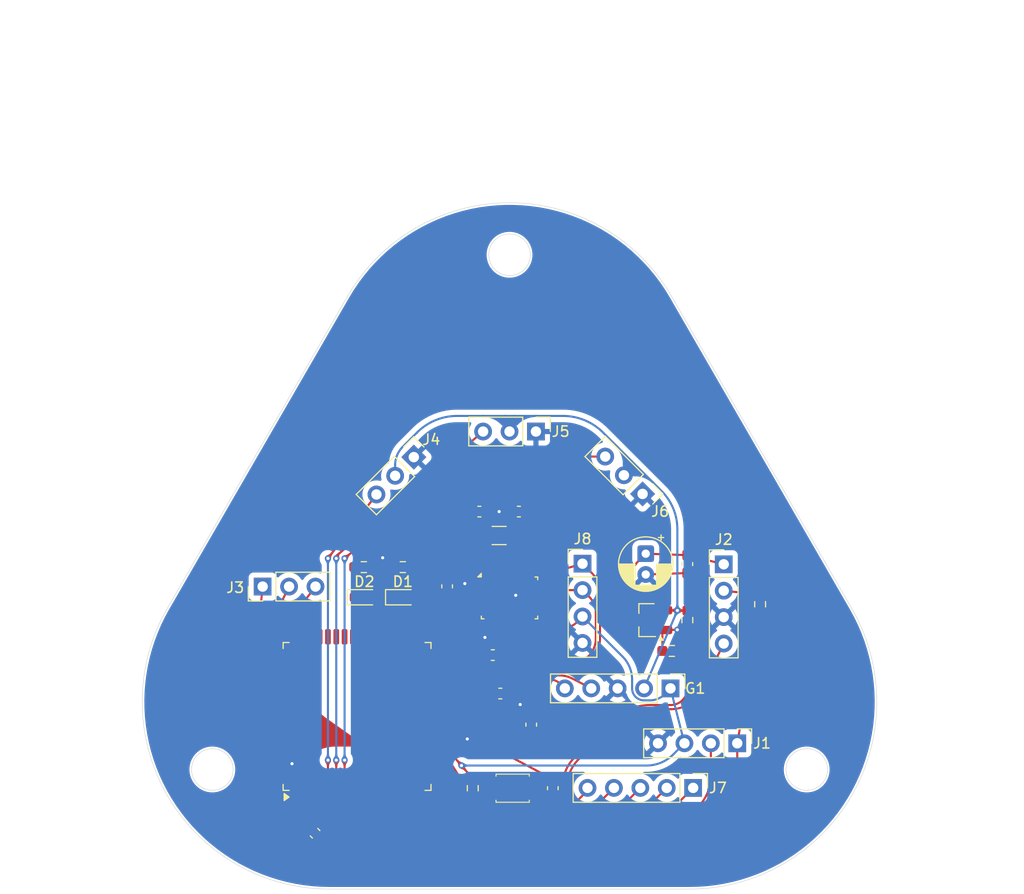
<source format=kicad_pcb>
(kicad_pcb (version 20241229) (generator "pcbnew") (generator_version "9.0")
  (layers (0 "F.Cu" signal) (2 "B.Cu" signal) (13 "F.Paste" user) (15 "B.Paste" user) (5 "F.SilkS" user "F.Silkscreen") (7 "B.SilkS" user "B.Silkscreen") (1 "F.Mask" user) (3 "B.Mask" user) (25 "Edge.Cuts" user))
  (net 0 "")
  (net 1 "GND")
  (net 2 "Net-(C1-Pad2)")
  (net 3 "Net-(U1-XTAL1)")
  (net 4 "Net-(U1-XTAL2)")
  (net 5 "3V3")
  (net 6 "Net-(U1-AREF)")
  (net 7 "Net-(J2-Pin_1)")
  (net 8 "Net-(U2-CAP)")
  (net 9 "Net-(U2-XOUT32)")
  (net 10 "Net-(U2-XIN32)")
  (net 11 "Net-(D1-K)")
  (net 12 "D1")
  (net 13 "Net-(D2-K)")
  (net 14 "D2")
  (net 15 "SCL")
  (net 16 "5V")
  (net 17 "SDA")
  (net 18 "TX0")
  (net 19 "RX0")
  (net 20 "Net-(J2-Pin_2)")
  (net 21 "LIDAR_PWM")
  (net 22 "ADC0")
  (net 23 "ADC2")
  (net 24 "ADC1")
  (net 25 "SERVO_A_PWM")
  (net 26 "SERVO_B_PWM")
  (net 27 "SERVO_C_PWM")
  (net 28 "DEBUG_1")
  (net 29 "DEBUG_3")
  (net 30 "DEBUG_0")
  (net 31 "DEBUG_4")
  (net 32 "DEBUG_2")
  (net 33 "TX1")
  (net 34 "RX1")
  (net 35 "RST")
  (net 36 "LIDAR_EN")
  (footprint "accelerometer:BNO055_Hand_Soldering_LGA-28_5.2x3.8mm_P0.5mm" (layer "F.Cu") (at 150 100)
    (property "Reference" "U2" (hide yes))
    (property "Value" "BNO055")
  )
  (footprint "Capacitor_SMD:C_0603_1608Metric_Pad1.08x0.95mm_HandSolder" (layer "F.Cu") (at 150.9 91.7 180)
    (property "Reference" "C9" (hide yes))
    (property "Value" "12pF" (hide yes))
  )
  (footprint "Crystal:Crystal_SMD_3215-2Pin_3.2x1.5mm" (layer "F.Cu") (at 149 94 180)
    (property "Reference" "Y2" (hide yes))
    (property "Value" "32.768kHz" (hide yes))
  )
  (footprint "Resistor_SMD:R_0603_1608Metric_Pad0.98x0.95mm_HandSolder" (layer "F.Cu") (at 135.9875 97.0375)
    (property "Reference" "R3" (hide yes))
    (property "Value" "330" (hide yes))
  )
  (footprint "Capacitor_SMD:C_0603_1608Metric_Pad1.08x0.95mm_HandSolder" (layer "F.Cu") (at 144 98.8875 -90)
    (property "Reference" "C8" (hide yes))
    (property "Value" "0.1uF" (hide yes))
  )
  (footprint "Package_QFP:TQFP-64_14x14mm_P0.8mm" (layer "F.Cu") (at 135.3375 111.4 90)
    (property "Reference" "U1" (hide yes))
    (property "Value" "ATmega128A-A")
  )
  (footprint "Resistor_SMD:R_0603_1608Metric_Pad0.98x0.95mm_HandSolder" (layer "F.Cu") (at 167.1 102.13625 90)
    (property "Reference" "R4" (hide yes))
    (property "Value" "10K" (hide yes))
  )
  (footprint "Capacitor_SMD:C_0603_1608Metric_Pad1.08x0.95mm_HandSolder" (layer "F.Cu") (at 152.0875 112.1875 90)
    (property "Reference" "C3" (hide yes))
    (property "Value" "12pF" (hide yes))
  )
  (footprint "Connector_PinHeader_2.54mm:PinHeader_1x04_P2.54mm_Vertical" (layer "F.Cu") (at 157.02 96.71)
    (property "Reference" "J8")
    (property "Value" "Conn_01x04_Socket" (hide yes))
  )
  (footprint "Package_TO_SOT_SMD:SOT-23_Handsoldering" (layer "F.Cu") (at 163.2 102.13625 180)
    (property "Reference" "Q1" (hide yes))
    (property "Value" "AO3401A" (hide yes))
  )
  (footprint "Capacitor_SMD:C_0603_1608Metric_Pad1.08x0.95mm_HandSolder" (layer "F.Cu") (at 147.1 91.7)
    (property "Reference" "C10" (hide yes))
    (property "Value" "12pF" (hide yes))
  )
  (footprint "Capacitor_SMD:C_0603_1608Metric_Pad1.08x0.95mm_HandSolder" (layer "F.Cu") (at 131.3 122.63 135)
    (property "Reference" "C4" (hide yes))
    (property "Value" "100nF" (hide yes))
  )
  (footprint "LED_SMD:LED_0603_1608Metric_Pad1.05x0.95mm_HandSolder" (layer "F.Cu") (at 136.0375 99.9375)
    (property "Reference" "D2")
    (property "Value" "LED" (hide yes))
  )
  (footprint "Resistor_SMD:R_0603_1608Metric_Pad0.98x0.95mm_HandSolder" (layer "F.Cu") (at 174.1 100.60625 90)
    (property "Reference" "R6" (hide yes))
    (property "Value" "1K" (hide yes))
  )
  (footprint "air_sens_foots:crys_osc_smd3225_4" (layer "F.Cu") (at 149.0375 112.5875 -90)
    (property "Reference" "Y1" (hide yes))
    (property "Value" "8MHz" (hide yes))
  )
  (footprint "Connector_PinHeader_2.54mm:PinHeader_1x05_P2.54mm_Vertical" (layer "F.Cu") (at 165.48 108.7 -90)
    (property "Reference" "G1")
    (property "Value" "~" (hide yes))
  )
  (footprint "Capacitor_THT:CP_Radial_D5.0mm_P2.00mm" (layer "F.Cu") (at 163.1 95.7475 -90)
    (property "Reference" "C5" (hide yes))
    (property "Value" "10uF" (hide yes))
  )
  (footprint "Connector_PinHeader_2.54mm:PinHeader_1x03_P2.54mm_Vertical" (layer "F.Cu") (at 140.796051 86.46 -45)
    (property "Reference" "J4")
    (property "Value" "Conn_01x03_Socket" (hide yes))
  )
  (footprint "Connector_PinHeader_2.54mm:PinHeader_1x04_P2.54mm_Vertical" (layer "F.Cu") (at 170.6 96.76625)
    (property "Reference" "J2")
    (property "Value" "Lidar")
  )
  (footprint "Connector_PinHeader_2.54mm:PinHeader_1x05_P2.54mm_Vertical" (layer "F.Cu") (at 167.66 118.27 -90)
    (property "Reference" "J7")
    (property "Value" "Conn_01x05_Socket" (hide yes))
  )
  (footprint "Capacitor_SMD:C_0603_1608Metric_Pad1.08x0.95mm_HandSolder" (layer "F.Cu") (at 154.1625 118.3 -90)
    (property "Reference" "C1" (hide yes))
    (property "Value" "100nF" (hide yes))
  )
  (footprint "Capacitor_SMD:C_0603_1608Metric_Pad1.08x0.95mm_HandSolder" (layer "F.Cu") (at 167.1 96.7475 -90)
    (property "Reference" "C6" (hide yes))
    (property "Value" "100nF" (hide yes))
  )
  (footprint "Resistor_SMD:R_0603_1608Metric_Pad0.98x0.95mm_HandSolder" (layer "F.Cu") (at 139.7375 97.0375)
    (property "Reference" "R2" (hide yes))
    (property "Value" "330" (hide yes))
  )
  (footprint "Resistor_SMD:R_0603_1608Metric_Pad0.98x0.95mm_HandSolder" (layer "F.Cu") (at 146.4625 118.3 -90)
    (property "Reference" "R1" (hide yes))
    (property "Value" "10K" (hide yes))
  )
  (footprint "Capacitor_SMD:C_0603_1608Metric_Pad1.08x0.95mm_HandSolder" (layer "F.Cu") (at 149.115 109.1975)
    (property "Reference" "C2" (hide yes))
    (property "Value" "12pF" (hide yes))
  )
  (footprint "Connector_PinHeader_2.54mm:PinHeader_1x03_P2.54mm_Vertical" (layer "F.Cu") (at 126.26 98.91 90)
    (property "Reference" "J3")
    (property "Value" "Conn_01x03_Socket" (hide yes))
  )
  (footprint "Capacitor_SMD:C_0603_1608Metric_Pad1.08x0.95mm_HandSolder" (layer "F.Cu") (at 148.39 105.5 180)
    (property "Reference" "C7" (hide yes))
    (property "Value" "0.1uF" (hide yes))
  )
  (footprint "Connector_PinHeader_2.54mm:PinHeader_1x03_P2.54mm_Vertical" (layer "F.Cu") (at 162.796051 90 -135)
    (property "Reference" "J6")
    (property "Value" "Conn_01x03_Socket" (hide yes))
  )
  (footprint "Connector_PinHeader_2.54mm:PinHeader_1x03_P2.54mm_Vertical" (layer "F.Cu") (at 152.54 84 -90)
    (property "Reference" "J5")
    (property "Value" "Conn_01x03_Socket" (hide yes))
  )
  (footprint "Connector_PinHeader_2.54mm:PinHeader_1x04_P2.54mm_Vertical" (layer "F.Cu") (at 171.9 113.98 -90)
    (property "Reference" "J1")
    (property "Value" "Conn_01x04_Socket" (hide yes))
  )
  (footprint "Resistor_SMD:R_0603_1608Metric_Pad0.98x0.95mm_HandSolder" (layer "F.Cu") (at 165.6125 105.09875 180)
    (property "Reference" "R5" (hide yes))
    (property "Value" "100" (hide yes))
  )
  (footprint "switch:SW_Tactile3x2.5" (layer "F.Cu") (at 150.3 118.3 180)
    (property "Reference" "SW1" (hide yes))
    (property "Value" "SW_Push" (hide yes))
  )
  (footprint "LED_SMD:LED_0603_1608Metric_Pad1.05x0.95mm_HandSolder" (layer "F.Cu") (at 139.7375 99.9375)
    (property "Reference" "D1")
    (property "Value" "LED" (hide yes))
  )
  (gr_poly (pts (xy 144.6 100.3) (xy 145.2 100.6) (xy 149.8 100.7) (xy 149.2 100.4)) (stroke (width 0.2)) (fill yes) (layer "F.Cu") (net 5))
  (gr_poly (pts (xy 131.3 110.9) (xy 131.7 112.6) (xy 131.4 114.2) (xy 131.1 114.7) (xy 131.2 114.8) (xy 132.3 114.3) (xy 133.7 114.2) (xy 136.1 114.2) (xy 132 111.3) (xy 131.4 110.8)) (stroke (width 0.01)) (fill yes) (layer "F.Cu") (net 5))
  (gr_poly (pts (xy 150.917216 99.8) (xy 151.4 100.1) (xy 152.817216 100.2) (xy 152.817216 99.8)) (stroke (width 0.2)) (fill yes) (layer "F.Cu") (net 1))
  (gr_poly (pts (xy 160.9 86.1) (xy 163.1 88.3) (xy 161.9 88.1) (xy 161.6 87.6) (xy 161.1 87.3)) (stroke (width 0.2)) (fill yes) (layer "B.Cu") (net 16))
  (gr_poly (pts (xy 148.4 82.6) (xy 151.6 82.6) (xy 150.5 83.3) (xy 150 83.1) (xy 149.5 83.3)) (stroke (width 0.2)) (fill yes) (layer "B.Cu") (net 16))
  (gr_circle (center 150 67) (end 152 67) (stroke (width 0.05)) (fill no) (layer "Edge.Cuts"))
  (gr_line (start 132.679 128) (end 167.321 128) (stroke (width 0.05)) (layer "Edge.Cuts"))
  (gr_line (start 182.909 101) (end 165.588 71) (stroke (width 0.05)) (layer "Edge.Cuts"))
  (gr_arc (start 132.679 128) (mid 117.090551 119.000014) (end 117.090527 101.000027) (stroke (width 0.05)) (layer "Edge.Cuts"))
  (gr_arc (start 182.909 101) (mid 182.909229 118.999604) (end 167.321229 127.999604) (stroke (width 0.05)) (layer "Edge.Cuts"))
  (gr_circle (center 121.421 116.5) (end 123.421 116.5) (stroke (width 0.05)) (fill no) (layer "Edge.Cuts"))
  (gr_arc (start 134.412 71) (mid 150.000244 62.000396) (end 165.588244 71.000423) (stroke (width 0.05)) (layer "Edge.Cuts"))
  (gr_line (start 134.412 71) (end 117.091 101) (stroke (width 0.05)) (layer "Edge.Cuts"))
  (gr_circle (center 178.579 116.5) (end 180.579 116.5) (stroke (width 0.05)) (fill no) (layer "Edge.Cuts"))
  (segment (start 129.081985 115.944485) (end 129.081985 116) (width 0.2) (layer "F.Cu") (net 1))
  (segment (start 140.2 96.5875) (end 140.65 97.0375) (width 0.2) (layer "F.Cu") (net 1))
  (segment (start 149 91.7) (end 147.9625 91.7) (width 0.2) (layer "F.Cu") (net 1))
  (segment (start 147.632936 103.8) (end 147.5275 105.5) (width 0.2) (layer "F.Cu") (net 1))
  (segment (start 149 91.7) (end 150.0375 91.7) (width 0.2) (layer "F.Cu") (net 1))
  (segment (start 163.1 97.7475) (end 167.1 97.61) (width 0.2) (layer "F.Cu") (net 1))
  (segment (start 129.042729 116.094769) (end 128.809742 116.327757) (width 0.2) (layer "F.Cu") (net 1))
  (segment (start 128.05625 108.6) (end 127.675 108.6) (width 0.2) (layer "F.Cu") (net 1))
  (segment (start 145.9375 113.562801) (end 143 113.4) (width 0.2) (layer "F.Cu") (net 1))
  (segment (start 150.042893 99.196893) (end 150.596 99.75) (width 0.2) (layer "F.Cu") (net 1))
  (segment (start 129.1375 115.849714) (end 129.1375 109.794974) (width 0.2) (layer "F.Cu") (net 1))
  (segment (start 164.7 103.08625) (end 164.7 105.09875) (width 0.2) (layer "F.Cu") (net 1))
  (segment (start 147.632936 103.8) (end 147.75 101.9125) (width 0.2) (layer "F.Cu") (net 1))
  (segment (start 145.7 98.624281) (end 144 98.025) (width 0.2) (layer "F.Cu") (net 1))
  (segment (start 149.75 98.0875) (end 149.75 98.489786) (width 0.2) (layer "F.Cu") (net 1))
  (segment (start 145.9375 113.562801) (end 147.43652 113.645879) (width 0.2) (layer "F.Cu") (net 1))
  (segment (start 164.7 103.08625) (end 167.1 103.04875) (width 0.2) (layer "F.Cu") (net 1))
  (segment (start 145.7 98.624281) (end 147.475 99.25) (width 0.2) (layer "F.Cu") (net 1))
  (segment (start 151.023164 110.251836) (end 152.0875 111.325) (width 0.2) (layer "F.Cu") (net 1))
  (segment (start 129.109742 115.916727) (end 129.081985 115.944485) (width 0.2) (layer "F.Cu") (net 1))
  (segment (start 150.596 99.75) (end 152.525 99.75) (width 0.2) (layer "F.Cu") (net 1))
  (segment (start 128.7875 108.95) (end 128.707084 108.869584) (width 0.2) (layer "F.Cu") (net 1))
  (segment (start 151.023164 110.251836) (end 149.9775 109.1975) (width 0.2) (layer "F.Cu") (net 1))
  (segment (start 139.113603 96.1375) (end 137.8 96.1375) (width 0.2) (layer "F.Cu") (net 1))
  (segment (start 149.864154 115.152989) (end 154.1625 117.4375) (width 0.2) (layer "F.Cu") (net 1))
  (segment (start 151.023164 110.251836) (end 149.8875 111.4875) (width 0.2) (layer "F.Cu") (net 1))
  (segment (start 151.8105 100.25) (end 152.525 100.25) (width 0.2) (layer "F.Cu") (net 1))
  (segment (start 128.15249 116.6) (end 127.675 116.6) (width 0.2) (layer "F.Cu") (net 1))
  (segment (start 137.8 96.1375) (end 136.9 97.0375) (width 0.2) (layer "F.Cu") (net 1))
  (via (at 166.13 103.063906) (size 0.6) (drill 0.3) (layers "F.Cu" "B.Cu") (net 1))
  (via (at 147.632936 103.8) (size 0.6) (drill 0.3) (layers "F.Cu" "B.Cu") (net 1))
  (via (at 151.023164 110.251836) (size 0.6) (drill 0.3) (layers "F.Cu" "B.Cu") (net 1))
  (via (at 145.9375 113.562801) (size 0.6) (drill 0.3) (layers "F.Cu" "B.Cu") (net 1))
  (via (at 137.8 96.1375) (size 0.6) (drill 0.3) (layers "F.Cu" "B.Cu") (net 1))
  (via (at 149 91.7) (size 0.6) (drill 0.3) (layers "F.Cu" "B.Cu") (net 1))
  (via (at 145.7 98.624281) (size 0.6) (drill 0.3) (layers "F.Cu" "B.Cu") (net 1))
  (via (at 129.081985 115.944485) (size 0.6) (drill 0.3) (layers "F.Cu" "B.Cu") (net 1))
  (via (at 150.596 99.75) (size 0.6) (drill 0.3) (layers "F.Cu" "B.Cu") (net 1))
  (arc (start 150.590772 99.744772) (mid 151.150388 100.118695) (end 151.8105 100.25) (width 0.2) (layer "F.Cu") (net 1))
  (arc (start 128.707084 108.869584) (mid 128.408478 108.670062) (end 128.05625 108.6) (width 0.2) (layer "F.Cu") (net 1))
  (arc (start 128.7875 108.95) (mid 129.046537 109.337677) (end 129.1375 109.794974) (width 0.2) (layer "F.Cu") (net 1))
  (arc (start 129.1375 115.849714) (mid 129.130285 115.885981) (end 129.109742 115.916727) (width 0.2) (layer "F.Cu") (net 1))
  (arc (start 140.2 96.5875) (mid 139.701556 96.254451) (end 139.113603 96.1375) (width 0.2) (layer "F.Cu") (net 1))
  (arc (start 129.081985 116) (mid 129.071782 116.051288) (end 129.042729 116.094769) (width 0.2) (layer "F.Cu") (net 1))
  (arc (start 147.43652 113.645879) (mid 148.123949 113.821137) (end 148.69375 114.24375) (width 0.2) (layer "F.Cu") (net 1))
  (arc (start 128.809742 116.327757) (mid 128.508192 116.529246) (end 128.15249 116.6) (width 0.2) (layer "F.Cu") (net 1))
  (arc (start 150.042893 99.196893) (mid 149.82612 98.87247) (end 149.75 98.489786) (width 0.2) (layer "F.Cu") (net 1))
  (arc (start 148.69375 114.24375) (mid 149.239769 114.748807) (end 149.864154 115.152989) (width 0.2) (layer "F.Cu") (net 1))
  (segment (start 152.15 118.3) (end 154.1625 119.1625) (width 0.2) (layer "F.Cu") (net 2))
  (segment (start 145.016238 111.678541) (end 144.896456 111.685755) (width 0.2) (layer "F.Cu") (net 3))
  (segment (start 144.896456 111.685755) (end 144.579584 111.704844) (width 0.2) (layer "F.Cu") (net 3))
  (segment (start 145.892962 111.265073) (end 145.907393 111.504638) (width 0.2) (layer "F.Cu") (net 3))
  (segment (start 145.620037 110.72574) (end 145.500254 110.732956) (width 0.2) (layer "F.Cu") (net 3))
  (segment (start 145.914608 111.62442) (end 145.914608 111.624417) (width 0.2) (layer "F.Cu") (net 3))
  (segment (start 145.907393 111.504638) (end 145.914608 111.624417) (width 0.2) (layer "F.Cu") (net 3))
  (segment (start 146.753092 111.57391) (end 148.1875 111.4875) (width 0.2) (layer "F.Cu") (net 3))
  (segment (start 145.914608 111.624419) (end 145.914609 111.624419) (width 0.2) (layer "F.Cu") (net 3))
  (segment (start 146.170461 112.067347) (end 146.32392 112.058102) (width 0.2) (layer "F.Cu") (net 3))
  (segment (start 145.874034 110.950874) (end 145.892962 111.265073) (width 0.2) (layer "F.Cu") (net 3))
  (segment (start 148.1875 111.4875) (end 148.2525 109.1975) (width 0.2) (layer "F.Cu") (net 3))
  (segment (start 145.016238 111.678541) (end 145.076129 111.674934) (width 0.2) (layer "F.Cu") (net 3))
  (segment (start 144.579584 111.704844) (end 143.826058 111.750237) (width 0.2) (layer "F.Cu") (net 3))
  (segment (start 145.301263 111.420937) (end 145.27512 110.986954) (width 0.2) (layer "F.Cu") (net 3))
  (segment (start 145.928363 111.85276) (end 145.914608 111.62442) (width 0.2) (layer "F.Cu") (net 3))
  (segment (start 143.826058 111.750237) (end 143 111.8) (width 0.2) (layer "F.Cu") (net 3))
  (arc (start 145.500254 110.732956) (mid 145.335082 110.813328) (end 145.27512 110.986954) (width 0.2) (layer "F.Cu") (net 3))
  (arc (start 145.620037 110.72574) (mid 145.793662 110.785702) (end 145.874034 110.950874) (width 0.2) (layer "F.Cu") (net 3))
  (arc (start 146.538505 111.816007) (mid 146.481353 111.981495) (end 146.32392 112.058102) (width 0.2) (layer "F.Cu") (net 3))
  (arc (start 146.753092 111.57391) (mid 146.595659 111.650517) (end 146.538505 111.816007) (width 0.2) (layer "F.Cu") (net 3))
  (arc (start 145.301263 111.420937) (mid 145.241301 111.594563) (end 145.076129 111.674934) (width 0.2) (layer "F.Cu") (net 3))
  (arc (start 145.91461 111.624421) (mid 145.914609 111.62442) (end 145.914608 111.62442) (width 0.2) (layer "F.Cu") (net 3))
  (arc (start 145.914609 111.624419) (mid 145.914608 111.624419) (end 145.91461 111.624421) (width 0.2) (layer "F.Cu") (net 3))
  (arc (start 145.928363 111.85276) (mid 146.00497 112.010193) (end 146.170461 112.067347) (width 0.2) (layer "F.Cu") (net 3))
  (arc (start 145.91461 111.624421) (mid 145.914608 111.624419) (end 145.914608 111.624419) (width 0.2) (layer "F.Cu") (net 3))
  (arc (start 145.914608 111.624417) (mid 145.914609 111.624419) (end 145.91461 111.624421) (width 0.2) (layer "F.Cu") (net 3))
  (segment (start 148.369903 112.6) (end 143 112.6) (width 0.2) (layer "F.Cu") (net 4))
  (segment (start 149.8875 113.6875) (end 152.0875 113.05) (width 0.2) (layer "F.Cu") (net 4))
  (segment (start 149.104124 112.904124) (end 149.8875 113.6875) (width 0.2) (layer "F.Cu") (net 4))
  (arc (start 149.104124 112.904124) (mid 148.76726 112.679039) (end 148.369903 112.6) (width 0.2) (layer "F.Cu") (net 4))
  (segment (start 147.475 100.25) (end 144.853553 100.25) (width 0.2) (layer "F.Cu") (net 5))
  (segment (start 147.198 99.75) (end 144.353553 99.75) (width 0.2) (layer "F.Cu") (net 5))
  (segment (start 147.752 99.75) (end 147.198 99.75) (width 0.2) (layer "F.Cu") (net 5))
  (segment (start 131.90988 122.691165) (end 131.90988 123.23988) (width 0.2) (layer "F.Cu") (net 5))
  (segment (start 148.805787 100.25) (end 147.475 100.25) (width 0.2) (layer "F.Cu") (net 5))
  (segment (start 130.570145 109.970145) (end 134.8 114.2) (width 0.2) (layer "F.Cu") (net 5))
  (segment (start 128.589759 119.749759) (end 128.182349 119.342349) (width 0.2) (layer "F.Cu") (net 5))
  (segment (start 150.25 101.340658) (end 150.25 101.9125) (width 0.2) (layer "F.Cu") (net 5))
  (segment (start 149.827 100.673) (end 150.077 100.923) (width 0.2) (layer "F.Cu") (net 5))
  (segment (start 156.465 102.345) (end 157.02 101.79) (width 0.2) (layer "F.Cu") (net 5))
  (segment (start 145.707106 100.75) (end 147.475 100.75) (width 0.2) (layer "F.Cu") (net 5))
  (segment (start 134.8 114.2) (end 143 114.2) (width 0.2) (layer "F.Cu") (net 5))
  (segment (start 145.379413 116.120587) (end 143.977115 114.480285) (width 0.2) (layer "F.Cu") (net 5))
  (segment (start 149.659341 100.75) (end 147.475 100.75) (width 0.2) (layer "F.Cu") (net 5))
  (segment (start 148.25 99.372729) (end 148.25 98.0875) (width 0.2) (layer "F.Cu") (net 5))
  (segment (start 143.368749 114.2) (end 142.63125 114.2) (width 0.2) (layer "F.Cu") (net 5))
  (segment (start 150.694701 102.9) (end 155.125111 102.9) (width 0.2) (layer "F.Cu") (net 5))
  (segment (start 150.25 102.455298) (end 150.25 101.9125) (width 0.2) (layer "F.Cu") (net 5))
  (segment (start 147.752 99.75) (end 147.872729 99.75) (width 0.2) (layer "F.Cu") (net 5))
  (segment (start 127.675 117.8) (end 127.675 118.1175) (width 0.2) (layer "F.Cu") (net 5))
  (segment (start 131.041586 121.274156) (end 131.521879 121.754449) (width 0.2) (layer "F.Cu") (net 5))
  (segment (start 134.8 114.2) (end 133.2375 114.2) (width 0.2) (layer "F.Cu") (net 5))
  (segment (start 130.570145 115.304854) (end 128.757842 117.117157) (width 0.2) (layer "F.Cu") (net 5))
  (segment (start 145.379413 116.120587) (end 146.4625 117.3875) (width 0.2) (layer "F.Cu") (net 5))
  (segment (start 128.0375 107.8) (end 127.675 107.8) (width 0.2) (layer "F.Cu") (net 5))
  (segment (start 130.570145 109.970145) (end 128.656326 108.056326) (width 0.2) (layer "F.Cu") (net 5))
  (segment (start 129.443462 120.354508) (end 130.372355 120.800083) (width 0.2) (layer "F.Cu") (net 5))
  (segment (start 144.25 100) (end 144.5 100.25) (width 0.2) (layer "F.Cu") (net 5))
  (via (at 145.379413 116.120587) (size 0.6) (drill 0.3) (layers "F.Cu" "B.Cu") (net 5))
  (arc (start 150.25 101.340658) (mid 150.205038 101.114623) (end 150.077 100.923) (width 0.2) (layer "F.Cu") (net 5))
  (arc (start 127.675 118.1175) (mid 127.806855 118.780383) (end 128.182349 119.342349) (width 0.2) (layer "F.Cu") (net 5))
  (arc (start 144.5 100.25) (mid 145.053825 100.620054) (end 145.707106 100.75) (width 0.2) (layer "F.Cu") (net 5))
  (arc (start 144.353553 99.75) (mid 144.218254 99.840403) (end 144.25 100) (width 0.2) (layer "F.Cu") (net 5))
  (arc (start 148.1395 99.6395) (mid 148.017104 99.721281) (end 147.872729 99.75) (width 0.2) (layer "F.Cu") (net 5))
  (arc (start 131.521879 121.754449) (mid 131.809041 122.184218) (end 131.90988 122.691165) (width 0.2) (layer "F.Cu") (net 5))
  (arc (start 144.25 100) (mid 144.218254 99.840403) (end 144.353553 99.75) (width 0.2) (layer "F.Cu") (net 5))
  (arc (start 150.077 100.923) (mid 149.885376 100.794961) (end 149.659341 100.75) (width 0.2) (layer "F.Cu") (net 5))
  (arc (start 156.465 102.345) (mid 155.850253 102.75576) (end 155.125111 102.9) (width 0.2) (layer "F.Cu") (net 5))
  (arc (start 128.589759 119.749759) (mid 128.990989 120.088303) (end 129.443462 120.354508) (width 0.2) (layer "F.Cu") (net 5))
  (arc (start 131.675 112.6375) (mid 131.387857 111.193938) (end 130.570145 109.970145) (width 0.2) (layer "F.Cu") (net 5))
  (arc (start 130.570145 115.304854) (mid 131.387857 114.081061) (end 131.675 112.6375) (width 0.2) (layer "F.Cu") (net 5))
  (arc (start 144.25 100) (mid 144.25 100) (end 144.25 100) (width 0.2) (layer "F.Cu") (net 5))
  (arc (start 128.075 117.4) (mid 127.792157 117.517157) (end 127.675 117.8) (width 0.2) (layer "F.Cu") (net 5))
  (arc (start 150.25 102.455298) (mid 150.28385 102.625478) (end 150.38025 102.76975) (width 0.2) (layer "F.Cu") (net 5))
  (arc (start 133.2375 114.2) (mid 131.793938 114.487142) (end 130.570145 115.304854) (width 0.2) (layer "F.Cu") (net 5))
  (arc (start 148.25 99.372729) (mid 148.221281 99.517104) (end 148.1395 99.6395) (width 0.2) (layer "F.Cu") (net 5))
  (arc (start 150.38025 102.76975) (mid 150.524521 102.866149) (end 150.694701 102.9) (width 0.2) (layer "F.Cu") (net 5))
  (arc (start 144.25 100) (mid 144.526912 100.185027) (end 144.853553 100.25) (width 0.2) (layer "F.Cu") (net 5))
  (arc (start 128.757842 117.117157) (mid 128.444551 117.326491) (end 128.075 117.4) (width 0.2) (layer "F.Cu") (net 5))
  (arc (start 128.656326 108.056326) (mid 128.372406 107.866616) (end 128.0375 107.8) (width 0.2) (layer "F.Cu") (net 5))
  (arc (start 143.977115 114.480285) (mid 143.703663 114.27344) (end 143.368749 114.2) (width 0.2) (layer "F.Cu") (net 5))
  (arc (start 150.077 100.923) (mid 150.205038 101.114623) (end 150.25 101.340658) (width 0.2) (layer "F.Cu") (net 5))
  (arc (start 130.372355 120.800083) (mid 130.727056 121.008766) (end 131.041586 121.274156) (width 0.2) (layer "F.Cu") (net 5))
  (arc (start 149.827 100.673) (mid 149.358463 100.359934) (end 148.805787 100.25) (width 0.2) (layer "F.Cu") (net 5))
  (segment (start 164.9045 109.2755) (end 165.48 108.7) (width 0.2) (layer "B.Cu") (net 5))
  (segment (start 161.789 108.7) (end 161.789 107.86788) (width 0.2) (layer "B.Cu") (net 5))
  (segment (start 165.749706 115.050293) (end 166.82 113.98) (width 0.2) (layer "B.Cu") (net 5))
  (segment (start 165.48 108.7) (end 166.82 113.98) (width 0.2) (layer "B.Cu") (net 5))
  (segment (start 160.863482 105.633482) (end 157.02 101.79) (width 0.2) (layer "B.Cu") (net 5))
  (segment (start 145.379413 116.120587) (end 163.165789 116.120587) (width 0.2) (layer "B.Cu") (net 5))
  (segment (start 163.51512 109.851) (end 162.939999 109.851) (width 0.2) (layer "B.Cu") (net 5))
  (arc (start 164.9045 109.2755) (mid 164.267047 109.701432) (end 163.51512 109.851) (width 0.2) (layer "B.Cu") (net 5))
  (arc (start 161.789 108.7) (mid 161.876614 109.140468) (end 162.12612 109.51388) (width 0.2) (layer "B.Cu") (net 5))
  (arc (start 160.863482 105.633482) (mid 161.548465 106.658632) (end 161.789 107.86788) (width 0.2) (layer "B.Cu") (net 5))
  (arc (start 165.749706 115.050293) (mid 164.564195 115.842426) (end 163.165789 116.120587) (width 0.2) (layer "B.Cu") (net 5))
  (arc (start 162.12612 109.51388) (mid 162.49953 109.763385) (end 162.939999 109.851) (width 0.2) (layer "B.Cu") (net 5))
  (segment (start 126.6365 117.622945) (end 126.6365 116.442006) (width 0.2) (layer "F.Cu") (net 6))
  (segment (start 129.71256 121.25256) (end 130.69012 122.02012) (width 0.2) (layer "F.Cu") (net 6))
  (segment (start 127.394278 115.8) (end 127.675 115.8) (width 0.2) (layer "F.Cu") (net 6))
  (segment (start 126.915055 115.9985) (end 126.753131 116.160428) (width 0.2) (layer "F.Cu") (net 6))
  (segment (start 127.176415 118.926415) (end 127.856145 119.606145) (width 0.2) (layer "F.Cu") (net 6))
  (arc (start 127.394278 115.8) (mid 127.134924 115.851588) (end 126.915055 115.9985) (width 0.2) (layer "F.Cu") (net 6))
  (arc (start 126.6365 117.622945) (mid 126.776819 118.328378) (end 127.176415 118.926415) (width 0.2) (layer "F.Cu") (net 6))
  (arc (start 127.856145 119.606145) (mid 128.759698 120.457151) (end 129.71256 121.25256) (width 0.2) (layer "F.Cu") (net 6))
  (arc (start 126.753131 116.160428) (mid 126.666811 116.289617) (end 126.6365 116.442006) (width 0.2) (layer "F.Cu") (net 6))
  (segment (start 162.4 96.4475) (end 163.1 95.7475) (width 0.2) (layer "F.Cu") (net 7))
  (segment (start 161.7 98.137449) (end 161.7 102.13625) (width 0.2) (layer "F.Cu") (net 7))
  (segment (start 167.1 95.885) (end 170.6 96.76625) (width 0.2) (layer "F.Cu") (net 7))
  (segment (start 163.1 95.7475) (end 167.1 95.885) (width 0.2) (layer "F.Cu") (net 7))
  (arc (start 162.4 96.4475) (mid 161.881924 97.222855) (end 161.7 98.137449) (width 0.2) (layer "F.Cu") (net 7))
  (segment (start 149.25125 105.49875) (end 149.2525 105.5) (width 0.2) (layer "F.Cu") (net 8))
  (segment (start 149.25 105.495732) (end 149.25 101.9125) (width 0.2) (layer "F.Cu") (net 8))
  (arc (start 149.25 105.495732) (mid 149.250324 105.497365) (end 149.25125 105.49875) (width 0.2) (layer "F.Cu") (net 8))
  (segment (start 150.638519 93.409193) (end 151.7625 91.7) (width 0.2) (layer "F.Cu") (net 9))
  (segment (start 149.25 95.707106) (end 149.25 98.0875) (width 0.2) (layer "F.Cu") (net 9))
  (arc (start 149.75 94.5) (mid 149.379945 95.053825) (end 149.25 95.707106) (width 0.2) (layer "F.Cu") (net 9))
  (arc (start 150.638519 93.409193) (mid 150.222057 93.977239) (end 149.75 94.5) (width 0.2) (layer "F.Cu") (net 9))
  (segment (start 148.25 94.5) (end 147.75 94) (width 0.2) (layer "F.Cu") (net 10))
  (segment (start 148.75 95.707106) (end 148.75 98.0875) (width 0.2) (layer "F.Cu") (net 10))
  (segment (start 147.75 94) (end 146.2375 91.7) (width 0.2) (layer "F.Cu") (net 10))
  (arc (start 148.25 94.5) (mid 148.620054 95.053825) (end 148.75 95.707106) (width 0.2) (layer "F.Cu") (net 10))
  (segment (start 138.8625 99.9375) (end 138.825 97.0375) (width 0.2) (layer "F.Cu") (net 11))
  (segment (start 144.2375 104.767222) (end 144.2375 105.810684) (width 0.2) (layer "F.Cu") (net 12))
  (segment (start 143.848184 106.2) (end 143 106.2) (width 0.2) (layer "F.Cu") (net 12))
  (segment (start 143.385632 102.710632) (end 140.6125 99.9375) (width 0.2) (layer "F.Cu") (net 12))
  (arc (start 144.2375 105.810684) (mid 144.207865 105.959668) (end 144.123472 106.085972) (width 0.2) (layer "F.Cu") (net 12))
  (arc (start 143.385632 102.710632) (mid 144.016106 103.654203) (end 144.2375 104.767222) (width 0.2) (layer "F.Cu") (net 12))
  (arc (start 144.123472 106.085972) (mid 143.997168 106.170365) (end 143.848184 106.2) (width 0.2) (layer "F.Cu") (net 12))
  (segment (start 135.075 97.0375) (end 135.1625 99.9375) (width 0.2) (layer "F.Cu") (net 13))
  (segment (start 137.855133 100.880133) (end 136.9125 99.9375) (width 0.2) (layer "F.Cu") (net 14))
  (segment (start 142.363603 102.963603) (end 141.994866 102.594866) (width 0.2) (layer "F.Cu") (net 14))
  (segment (start 143 104.5) (end 143 105.4) (width 0.2) (layer "F.Cu") (net 14))
  (arc (start 142.363603 102.963603) (mid 142.834605 103.668508) (end 143 104.5) (width 0.2) (layer "F.Cu") (net 14))
  (arc (start 141.994866 102.594866) (mid 141.045203 101.960322) (end 139.925 101.7375) (width 0.2) (layer "F.Cu") (net 14))
  (arc (start 137.855133 100.880133) (mid 138.804796 101.514677) (end 139.925 101.7375) (width 0.2) (layer "F.Cu") (net 14))
  (segment (start 143.368749 111) (end 143 111) (width 0.2) (layer "F.Cu") (net 15))
  (segment (start 149.114885 107.85) (end 153.868959 107.85) (width 0.2) (layer "F.Cu") (net 15))
  (segment (start 143.998244 110.739254) (end 145.312499 109.425) (width 0.2) (layer "F.Cu") (net 15))
  (segment (start 154.895 108.275) (end 155.32 108.7) (width 0.2) (layer "F.Cu") (net 15))
  (arc (start 154.895 108.275) (mid 154.424248 107.960453) (end 153.868959 107.85) (width 0.2) (layer "F.Cu") (net 15))
  (arc (start 143.998244 110.739254) (mid 143.709429 110.932234) (end 143.368749 111) (width 0.2) (layer "F.Cu") (net 15))
  (arc (start 149.114885 107.85) (mid 147.057048 108.259329) (end 145.312499 109.425) (width 0.2) (layer "F.Cu") (net 15))
  (segment (start 166.14 101.20875) (end 164.7 101.18625) (width 0.2) (layer "F.Cu") (net 16))
  (segment (start 166.14 101.20875) (end 167.1 101.22375) (width 0.2) (layer "F.Cu") (net 16))
  (via (at 166.14 101.20875) (size 0.6) (drill 0.3) (layers "F.Cu" "B.Cu") (net 16))
  (segment (start 139 87.228025) (end 139 88.256051) (width 0.2) (layer "B.Cu") (net 16))
  (segment (start 162.051974 88.203949) (end 161 88.203949) (width 0.2) (layer "B.Cu") (net 16))
  (segment (start 161.743858 86.843858) (end 162.36009 87.46009) (width 0.2) (layer "B.Cu") (net 16))
  (segment (start 160.256141 85.356141) (end 161.743858 86.843858) (width 0.2) (layer "B.Cu") (net 16))
  (segment (start 150.439339 82.5) (end 149.56066 82.5) (width 0.2) (layer "B.Cu") (net 16))
  (segment (start 150.439339 82.5) (end 152.56066 82.5) (width 0.2) (layer "B.Cu") (net 16))
  (segment (start 161 87.151974) (end 161 88.203949) (width 0.2) (layer "B.Cu") (net 16))
  (segment (start 166.14 93.386812) (end 166.14 101.20875) (width 0.2) (layer "B.Cu") (net 16))
  (segment (start 166.14 101.20875) (end 162.94 108.7) (width 0.2) (layer "B.Cu") (net 16))
  (segment (start 162.36009 87.46009) (end 163.847807 88.947807) (width 0.2) (layer "B.Cu") (net 16))
  (segment (start 152.56066 82.5) (end 155.146036 82.5) (width 0.2) (layer "B.Cu") (net 16))
  (segment (start 141.106206 84.093792) (end 139.726923 85.473076) (width 0.2) (layer "B.Cu") (net 16))
  (segment (start 163.847807 88.947807) (end 164.621974 89.721974) (width 0.2) (layer "B.Cu") (net 16))
  (segment (start 147.439339 82.5) (end 149.56066 82.5) (width 0.2) (layer "B.Cu") (net 16))
  (segment (start 144.953963 82.5) (end 147.439339 82.5) (width 0.2) (layer "B.Cu") (net 16))
  (segment (start 160.256141 85.356141) (end 158.993792 84.093792) (width 0.2) (layer "B.Cu") (net 16))
  (arc (start 163.847807 88.947807) (mid 163.023872 88.397271) (end 162.051974 88.203949) (width 0.2) (layer "B.Cu") (net 16))
  (arc (start 144.953963 82.5) (mid 142.871572 82.914213) (end 141.106206 84.093792) (width 0.2) (layer "B.Cu") (net 16))
  (arc (start 161.743858 86.843858) (mid 161.26899 86.7494) (end 161 87.151974) (width 0.2) (layer "B.Cu") (net 16))
  (arc (start 164.621974 89.721974) (mid 165.745477 91.403416) (end 166.14 93.386812) (width 0.2) (layer "B.Cu") (net 16))
  (arc (start 149.25 83.25) (mid 148.419261 82.694918) (end 147.439339 82.5) (width 0.2) (layer "B.Cu") (net 16))
  (arc (start 152.56066 82.5) (mid 151.580737 82.694918) (end 150.75 83.25) (width 0.2) (layer "B.Cu") (net 16))
  (arc (start 149.25 83.25) (mid 150 83.56066) (end 150.75 83.25) (width 0.2) (layer "B.Cu") (net 16))
  (arc (start 162.051974 88.203949) (mid 162.454547 87.934957) (end 162.36009 87.46009) (width 0.2) (layer "B.Cu") (net 16))
  (arc (start 158.993792 84.093792) (mid 157.228426 82.914213) (end 155.146036 82.5) (width 0.2) (layer "B.Cu") (net 16))
  (arc (start 139.726923 85.473076) (mid 139.188921 86.278253) (end 139 87.228025) (width 0.2) (layer "B.Cu") (net 16))
  (arc (start 150.75 83.25) (mid 150.845236 82.771211) (end 150.439339 82.5) (width 0.2) (layer "B.Cu") (net 16))
  (arc (start 149.56066 82.5) (mid 149.154763 82.771211) (end 149.25 83.25) (width 0.2) (layer "B.Cu") (net 16))
  (arc (start 161 87.151974) (mid 160.806677 86.180076) (end 160.256141 85.356141) (width 0.2) (layer "B.Cu") (net 16))
  (segment (start 145.345898 108.824499) (end 144.313486 109.856912) (width 0.2) (layer "F.Cu") (net 17))
  (segment (start 156.068762 107.770577) (end 157.86 108.7) (width 0.2) (layer "F.Cu") (net 17))
  (segment (start 148.666649 107.449) (end 154.750776 107.449) (width 0.2) (layer "F.Cu") (net 17))
  (segment (start 143.485199 110.2) (end 143 110.2) (width 0.2) (layer "F.Cu") (net 17))
  (arc (start 148.666649 107.449) (mid 146.869471 107.80648) (end 145.345898 108.824499) (width 0.2) (layer "F.Cu") (net 17))
  (arc (start 144.313486 109.856912) (mid 143.933465 110.110834) (end 143.485199 110.2) (width 0.2) (layer "F.Cu") (net 17))
  (arc (start 156.068762 107.770577) (mid 155.429101 107.530556) (end 154.750776 107.449) (width 0.2) (layer "F.Cu") (net 17))
  (segment (start 166.778792 121.453206) (end 168.131692 120.100308) (width 0.2) (layer "F.Cu") (net 18))
  (segment (start 130.9375 119.343222) (end 130.9375 119.0625) (width 0.2) (layer "F.Cu") (net 18))
  (segment (start 169.36 117.134912) (end 169.36 113.98) (width 0.2) (layer "F.Cu") (net 18))
  (segment (start 136.614519 123.047) (end 162.931036 123.047) (width 0.2) (layer "F.Cu") (net 18))
  (segment (start 132.766763 121.453207) (end 131.136 119.822444) (width 0.2) (layer "F.Cu") (net 18))
  (arc (start 166.778792 121.453206) (mid 165.013426 122.632786) (end 162.931036 123.047) (width 0.2) (layer "F.Cu") (net 18))
  (arc (start 132.766763 121.453207) (mid 134.532128 122.632786) (end 136.614519 123.047) (width 0.2) (layer "F.Cu") (net 18))
  (arc (start 130.9375 119.343222) (mid 130.989088 119.602575) (end 131.136 119.822444) (width 0.2) (layer "F.Cu") (net 18))
  (arc (start 169.36 117.134912) (mid 169.040773 118.739773) (end 168.131692 120.100308) (width 0.2) (layer "F.Cu") (net 18))
  (segment (start 171.9 115.43955) (end 171.9 113.98) (width 0.2) (layer "F.Cu") (net 19))
  (segment (start 130.1375 119.431249) (end 130.1375 119.0625) (width 0.2) (layer "F.Cu") (net 19))
  (segment (start 171.9 113.98) (end 174.1 101.51875) (width 0.2) (layer "F.Cu") (net 19))
  (segment (start 132.191708 121.854207) (end 130.398245 120.060744) (width 0.2) (layer "F.Cu") (net 19))
  (segment (start 136.039464 123.448) (end 163.097136 123.448) (width 0.2) (layer "F.Cu") (net 19))
  (segment (start 170.867942 117.931157) (end 166.944892 121.854207) (width 0.2) (layer "F.Cu") (net 19))
  (arc (start 171.9 115.43955) (mid 171.631776 116.787998) (end 170.867942 117.931157) (width 0.2) (layer "F.Cu") (net 19))
  (arc (start 166.944892 121.854207) (mid 165.179526 123.033786) (end 163.097136 123.448) (width 0.2) (layer "F.Cu") (net 19))
  (arc (start 130.1375 119.431249) (mid 130.205265 119.771929) (end 130.398245 120.060744) (width 0.2) (layer "F.Cu") (net 19))
  (arc (start 132.191708 121.854207) (mid 133.957073 123.033786) (end 136.039464 123.448) (width 0.2) (layer "F.Cu") (net 19))
  (segment (start 170.6 99.30625) (end 174.1 99.69375) (width 0.2) (layer "F.Cu") (net 20))
  (segment (start 140.5375 119.431249) (end 140.5375 119.0625) (width 0.2) (layer "F.Cu") (net 21))
  (segment (start 140.798245 120.060744) (end 140.958 120.220499) (width 0.2) (layer "F.Cu") (net 21))
  (segment (start 156.6667 115.493298) (end 159.865207 112.294792) (width 0.2) (layer "F.Cu") (net 21))
  (segment (start 155.501 119.471802) (end 155.501 118.30755) (width 0.2) (layer "F.Cu") (net 21))
  (segment (start 165.52335 110.701) (end 163.712963 110.701) (width 0.2) (layer "F.Cu") (net 21))
  (segment (start 141.973178 120.641) (end 154.331802 120.641) (width 0.2) (layer "F.Cu") (net 21))
  (segment (start 168.372277 108.925621) (end 170.6 104.38625) (width 0.2) (layer "F.Cu") (net 21))
  (arc (start 140.958 120.220499) (mid 141.423767 120.531715) (end 141.973178 120.641) (width 0.2) (layer "F.Cu") (net 21))
  (arc (start 168.372277 108.925621) (mid 167.201769 110.220829) (end 165.52335 110.701) (width 0.2) (layer "F.Cu") (net 21))
  (arc (start 163.712963 110.701) (mid 161.630572 111.115213) (end 159.865207 112.294792) (width 0.2) (layer "F.Cu") (net 21))
  (arc (start 156.6667 115.493298) (mid 155.803955 116.784488) (end 155.501 118.30755) (width 0.2) (layer "F.Cu") (net 21))
  (arc (start 140.5375 119.431249) (mid 140.605265 119.771929) (end 140.798245 120.060744) (width 0.2) (layer "F.Cu") (net 21))
  (arc (start 155.501 119.471802) (mid 155.412 119.919234) (end 155.15855 120.29855) (width 0.2) (layer "F.Cu") (net 21))
  (arc (start 155.15855 120.29855) (mid 154.779234 120.552) (end 154.331802 120.641) (width 0.2) (layer "F.Cu") (net 21))
  (segment (start 125.8345 105.100956) (end 125.8345 113.581298) (width 0.2) (layer "F.Cu") (net 22))
  (segment (start 126.250028 114.584472) (end 126.308663 114.643107) (width 0.2) (layer "F.Cu") (net 22))
  (segment (start 126.04725 100.97) (end 126.26 98.91) (width 0.2) (layer "F.Cu") (net 22))
  (segment (start 127.170278 115) (end 127.675 115) (width 0.2) (layer "F.Cu") (net 22))
  (arc (start 126.04725 100.97) (mid 125.887722 103.03274) (end 125.8345 105.100956) (width 0.2) (layer "F.Cu") (net 22))
  (arc (start 126.308663 114.643107) (mid 126.703975 114.907246) (end 127.170278 115) (width 0.2) (layer "F.Cu") (net 22))
  (arc (start 125.8345 113.581298) (mid 125.942492 114.124211) (end 126.250028 114.584472) (width 0.2) (layer "F.Cu") (net 22))
  (segment (start 126.722387 104.960951) (end 131.34 98.91) (width 0.2) (layer "F.Cu") (net 23))
  (segment (start 126.6365 112.886159) (end 126.6365 105.21507) (width 0.2) (layer "F.Cu") (net 23))
  (segment (start 127.15034 113.4) (end 127.675 113.4) (width 0.2) (layer "F.Cu") (net 23))
  (arc (start 126.787 113.249499) (mid 126.953702 113.360886) (end 127.15034 113.4) (width 0.2) (layer "F.Cu") (net 23))
  (arc (start 126.6365 112.886159) (mid 126.675613 113.082797) (end 126.787 113.249499) (width 0.2) (layer "F.Cu") (net 23))
  (arc (start 126.722387 104.960951) (mid 126.658553 105.08095) (end 126.6365 105.21507) (width 0.2) (layer "F.Cu") (net 23))
  (segment (start 126.877757 113.991757) (end 126.532159 113.646159) (width 0.2) (layer "F.Cu") (net 24))
  (segment (start 127.3805 114.2) (end 127.675 114.2) (width 0.2) (layer "F.Cu") (net 24))
  (segment (start 126.769088 103.031613) (end 128.8 98.91) (width 0.2) (layer "F.Cu") (net 24))
  (segment (start 126.2355 105.321706) (end 126.2355 112.929961) (width 0.2) (layer "F.Cu") (net 24))
  (arc (start 126.769088 103.031613) (mid 126.37066 104.145989) (end 126.2355 105.321706) (width 0.2) (layer "F.Cu") (net 24))
  (arc (start 126.2355 112.929961) (mid 126.312599 113.317565) (end 126.532159 113.646159) (width 0.2) (layer "F.Cu") (net 24))
  (arc (start 126.877757 113.991757) (mid 127.108417 114.145879) (end 127.3805 114.2) (width 0.2) (layer "F.Cu") (net 24))
  (segment (start 132.5375 115.6) (end 132.5375 119.0625) (width 0.2) (layer "F.Cu") (net 25))
  (segment (start 132.5375 96.2) (end 137.203949 90.052102) (width 0.2) (layer "F.Cu") (net 25))
  (via (at 132.5375 96.2) (size 0.6) (drill 0.3) (layers "F.Cu" "B.Cu") (net 25))
  (via (at 132.5375 115.6) (size 0.6) (drill 0.3) (layers "F.Cu" "B.Cu") (net 25))
  (segment (start 132.5375 96.2) (end 132.5375 115.6) (width 0.2) (layer "B.Cu") (net 25))
  (segment (start 133.3375 96.08125) (end 133.3375 96.2) (width 0.2) (layer "F.Cu") (net 26))
  (segment (start 133.3375 115.6) (end 133.3375 119.0625) (width 0.2) (layer "F.Cu") (net 26))
  (segment (start 133.428111 95.885746) (end 147.46 84) (width 0.2) (layer "F.Cu") (net 26))
  (via (at 133.3375 96.2) (size 0.6) (drill 0.3) (layers "F.Cu" "B.Cu") (net 26))
  (via (at 133.3375 115.6) (size 0.6) (drill 0.3) (layers "F.Cu" "B.Cu") (net 26))
  (arc (start 133.428111 95.885746) (mid 133.361253 95.973509) (end 133.3375 96.08125) (width 0.2) (layer "F.Cu") (net 26))
  (segment (start 133.3375 115.6) (end 133.3375 96.2) (width 0.2) (layer "B.Cu") (net 26))
  (segment (start 134.1375 115.6) (end 134.1375 119.0625) (width 0.2) (layer "F.Cu") (net 27))
  (segment (start 148.064463 86.407898) (end 159.203949 86.407898) (width 0.2) (layer "F.Cu") (net 27))
  (segment (start 144.052308 87.869658) (end 134.1375 96.2) (width 0.2) (layer "F.Cu") (net 27))
  (via (at 134.1375 115.6) (size 0.6) (drill 0.3) (layers "F.Cu" "B.Cu") (net 27))
  (via (at 134.1375 96.2) (size 0.6) (drill 0.3) (layers "F.Cu" "B.Cu") (net 27))
  (arc (start 148.064463 86.407898) (mid 145.929391 86.784721) (end 144.052308 87.869658) (width 0.2) (layer "F.Cu") (net 27))
  (segment (start 134.1375 115.6) (end 134.1375 96.2) (width 0.2) (layer "B.Cu") (net 27))
  (segment (start 138.56 121.022499) (end 137.598245 120.060744) (width 0.2) (layer "F.Cu") (net 28))
  (segment (start 158.891036 122.245) (end 141.511377 122.245) (width 0.2) (layer "F.Cu") (net 28))
  (segment (start 137.3375 119.431249) (end 137.3375 119.0625) (width 0.2) (layer "F.Cu") (net 28))
  (segment (start 162.738792 120.651207) (end 165.12 118.27) (width 0.2) (layer "F.Cu") (net 28))
  (arc (start 137.3375 119.431249) (mid 137.405265 119.771929) (end 137.598245 120.060744) (width 0.2) (layer "F.Cu") (net 28))
  (arc (start 162.738792 120.651207) (mid 160.973426 121.830786) (end 158.891036 122.245) (width 0.2) (layer "F.Cu") (net 28))
  (arc (start 138.56 121.022499) (mid 139.914103 121.927282) (end 141.511377 122.245) (width 0.2) (layer "F.Cu") (net 28))
  (segment (start 138.9375 119.431249) (end 138.9375 119.0625) (width 0.2) (layer "F.Cu") (net 29))
  (segment (start 154.62335 121.443) (end 141.742278 121.443) (width 0.2) (layer "F.Cu") (net 29))
  (segment (start 158.4535 119.8565) (end 160.04 118.27) (width 0.2) (layer "F.Cu") (net 29))
  (segment (start 139.759 120.621499) (end 139.198245 120.060744) (width 0.2) (layer "F.Cu") (net 29))
  (arc (start 139.759 120.621499) (mid 140.668935 121.229498) (end 141.742278 121.443) (width 0.2) (layer "F.Cu") (net 29))
  (arc (start 158.4535 119.8565) (mid 156.696212 121.030682) (end 154.62335 121.443) (width 0.2) (layer "F.Cu") (net 29))
  (arc (start 138.9375 119.431249) (mid 139.005265 119.771929) (end 139.198245 120.060744) (width 0.2) (layer "F.Cu") (net 29))
  (segment (start 136.5375 119.431249) (end 136.5375 119.0625) (width 0.2) (layer "F.Cu") (net 30))
  (segment (start 164.877792 121.052207) (end 167.66 118.27) (width 0.2) (layer "F.Cu") (net 30))
  (segment (start 136.798245 120.060744) (end 137.9605 121.222999) (width 0.2) (layer "F.Cu") (net 30))
  (segment (start 161.030036 122.646) (end 141.395927 122.646) (width 0.2) (layer "F.Cu") (net 30))
  (arc (start 136.5375 119.431249) (mid 136.605265 119.771929) (end 136.798245 120.060744) (width 0.2) (layer "F.Cu") (net 30))
  (arc (start 137.9605 121.222999) (mid 139.536687 122.276174) (end 141.395927 122.646) (width 0.2) (layer "F.Cu") (net 30))
  (arc (start 164.877792 121.052207) (mid 163.112426 122.231786) (end 161.030036 122.646) (width 0.2) (layer "F.Cu") (net 30))
  (segment (start 157.5 118.3971) (end 157.5 118.27) (width 0.2) (layer "F.Cu") (net 31))
  (segment (start 139.7375 119.431249) (end 139.7375 119.0625) (width 0.2) (layer "F.Cu") (net 31))
  (segment (start 140.3585 120.420999) (end 139.998245 120.060744) (width 0.2) (layer "F.Cu") (net 31))
  (segment (start 154.399123 121.042) (end 141.857728 121.042) (width 0.2) (layer "F.Cu") (net 31))
  (segment (start 155.394491 120.629705) (end 157.410126 118.614073) (width 0.2) (layer "F.Cu") (net 31))
  (arc (start 140.3585 120.420999) (mid 141.046351 120.880607) (end 141.857728 121.042) (width 0.2) (layer "F.Cu") (net 31))
  (arc (start 155.394491 120.629705) (mid 154.937812 120.934848) (end 154.399123 121.042) (width 0.2) (layer "F.Cu") (net 31))
  (arc (start 139.7375 119.431249) (mid 139.805265 119.771929) (end 139.998245 120.060744) (width 0.2) (layer "F.Cu") (net 31))
  (arc (start 157.5 118.3971) (mid 157.476642 118.514525) (end 157.410126 118.614073) (width 0.2) (layer "F.Cu") (net 31))
  (segment (start 138.398245 120.060744) (end 139.1595 120.821999) (width 0.2) (layer "F.Cu") (net 32))
  (segment (start 160.599792 120.250207) (end 162.58 118.27) (width 0.2) (layer "F.Cu") (net 32))
  (segment (start 138.1375 119.431249) (end 138.1375 119.0625) (width 0.2) (layer "F.Cu") (net 32))
  (segment (start 141.626827 121.844) (end 156.752036 121.844) (width 0.2) (layer "F.Cu") (net 32))
  (arc (start 160.599792 120.250207) (mid 158.834426 121.429786) (end 156.752036 121.844) (width 0.2) (layer "F.Cu") (net 32))
  (arc (start 139.1595 120.821999) (mid 140.291519 121.57839) (end 141.626827 121.844) (width 0.2) (layer "F.Cu") (net 32))
  (arc (start 138.1375 119.431249) (mid 138.205265 119.771929) (end 138.398245 120.060744) (width 0.2) (layer "F.Cu") (net 32))
  (segment (start 158.3 101.435096) (end 158.3 103.91005) (width 0.2) (layer "F.Cu") (net 33))
  (segment (start 157.66 99.89) (end 157.02 99.25) (width 0.2) (layer "F.Cu") (net 33))
  (segment (start 157.02 99.25) (end 152.525 99.25) (width 0.2) (layer "F.Cu") (net 33))
  (segment (start 144.711443 107.449999) (end 143.759944 108.401499) (width 0.2) (layer "F.Cu") (net 33))
  (segment (start 147.487789 106.3) (end 155.91005 106.3) (width 0.2) (layer "F.Cu") (net 33))
  (segment (start 143.280722 108.6) (end 143 108.6) (width 0.2) (layer "F.Cu") (net 33))
  (arc (start 143.759944 108.401499) (mid 143.540075 108.548411) (end 143.280722 108.6) (width 0.2) (layer "F.Cu") (net 33))
  (arc (start 158.3 103.91005) (mid 158.118075 104.824644) (end 157.6 105.6) (width 0.2) (layer "F.Cu") (net 33))
  (arc (start 157.66 99.89) (mid 158.133669 100.598896) (end 158.3 101.435096) (width 0.2) (layer "F.Cu") (net 33))
  (arc (start 157.6 105.6) (mid 156.824644 106.118075) (end 155.91005 106.3) (width 0.2) (layer "F.Cu") (net 33))
  (arc (start 147.487789 106.3) (mid 145.985241 106.598874) (end 144.711443 107.449999) (width 0.2) (layer "F.Cu") (net 33))
  (segment (start 155.910051 106.701) (end 148.207481 106.701) (width 0.2) (layer "F.Cu") (net 34))
  (segment (start 143.3 109.4) (end 143 109.4) (width 0.2) (layer "F.Cu") (net 34))
  (segment (start 158.701 103.910051) (end 158.701 99.579646) (width 0.2) (layer "F.Cu") (net 34))
  (segment (start 157.02 96.71) (end 152.25 98.0875) (width 0.2) (layer "F.Cu") (net 34))
  (segment (start 143.812132 109.187867) (end 144.9495 108.0505) (width 0.2) (layer "F.Cu") (net 34))
  (segment (start 157.8605 97.5505) (end 157.02 96.71) (width 0.2) (layer "F.Cu") (net 34))
  (arc (start 158.701 103.910051) (mid 158.488551 104.9781) (end 157.88355 105.88355) (width 0.2) (layer "F.Cu") (net 34))
  (arc (start 148.207481 106.701) (mid 146.444274 107.051723) (end 144.9495 108.0505) (width 0.2) (layer "F.Cu") (net 34))
  (arc (start 157.88355 105.88355) (mid 156.9781 106.488551) (end 155.910051 106.701) (width 0.2) (layer "F.Cu") (net 34))
  (arc (start 157.8605 97.5505) (mid 158.482561 98.48148) (end 158.701 99.579646) (width 0.2) (layer "F.Cu") (net 34))
  (arc (start 143.812132 109.187867) (mid 143.577163 109.344868) (end 143.3 109.4) (width 0.2) (layer "F.Cu") (net 34))
  (segment (start 144.289814 115.798279) (end 146.4625 119.2125) (width 0.2) (layer "F.Cu") (net 35))
  (segment (start 146.4625 119.2125) (end 148.45 118.3) (width 0.2) (layer "F.Cu") (net 35))
  (segment (start 143.812132 115.212132) (end 143.85 115.25) (width 0.2) (layer "F.Cu") (net 35))
  (segment (start 143.3 115) (end 143 115) (width 0.2) (layer "F.Cu") (net 35))
  (arc (start 143.85 115.25) (mid 144.084908 115.512105) (end 144.289814 115.798279) (width 0.2) (layer "F.Cu") (net 35))
  (arc (start 143.812132 115.212132) (mid 143.577163 115.055131) (end 143.3 115) (width 0.2) (layer "F.Cu") (net 35))
  (segment (start 143.347618 120.24) (end 154.331801 120.24) (width 0.2) (layer "F.Cu") (net 36))
  (segment (start 163.546863 110.3) (end 165.5 110.3) (width 0.2) (layer "F.Cu") (net 36))
  (segment (start 155.1 119.471801) (end 155.1 118.14145) (width 0.2) (layer "F.Cu") (net 36))
  (segment (start 167.1 108.141108) (end 167.1 108.7) (width 0.2) (layer "F.Cu") (net 36))
  (segment (start 166.8125 106.099375) (end 166.525 105.09875) (width 0.2) (layer "F.Cu") (net 36))
  (segment (start 141.92625 119.65125) (end 141.3375 119.0625) (width 0.2) (layer "F.Cu") (net 36))
  (segment (start 159.699107 111.893792) (end 156.2657 115.327199) (width 0.2) (layer "F.Cu") (net 36))
  (arc (start 163.546863 110.3) (mid 161.464472 110.714213) (end 159.699107 111.893792) (width 0.2) (layer "F.Cu") (net 36))
  (arc (start 154.875 120.015) (mid 154.625778 120.181524) (end 154.331801 120.24) (width 0.2) (layer "F.Cu") (net 36))
  (arc (start 141.92625 119.65125) (mid 142.578379 120.086988) (end 143.347618 120.24) (width 0.2) (layer "F.Cu") (net 36))
  (arc (start 167.1 108.7) (mid 166.63137 109.83137) (end 165.5 110.3) (width 0.2) (layer "F.Cu") (net 36))
  (arc (start 155.1 119.471801) (mid 155.041524 119.765778) (end 154.875 120.015) (width 0.2) (layer "F.Cu") (net 36))
  (arc (start 156.2657 115.327199) (mid 155.402955 116.618388) (end 155.1 118.14145) (width 0.2) (layer "F.Cu") (net 36))
  (arc (start 166.8125 106.099375) (mid 167.027772 107.11017) (end 167.1 108.141108) (width 0.2) (layer "F.Cu") (net 36))
  (zone (net 1) (net_name "GND") (layer "B.Cu") (connect_pads (clearance 0.5)) (min_thickness 0.25) (fill yes (thermal_gap 0.5) (thermal_bridge_width 0.5))
    (polygon (pts (xy 150 42.5) (xy 101 128.5) (xy 199.5 128)))
  )
)
</source>
